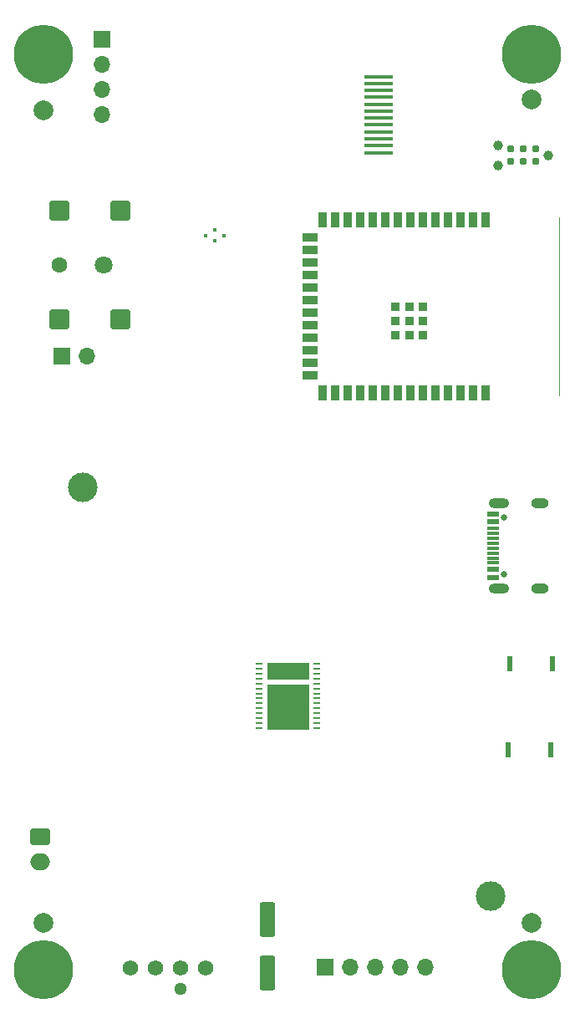
<source format=gbr>
%TF.GenerationSoftware,KiCad,Pcbnew,7.0.2*%
%TF.CreationDate,2024-01-11T01:28:16+01:00*%
%TF.ProjectId,bitaxe_RGZ_204_MOD_C,62697461-7865-45f5-9247-5a5f3230345f,rev?*%
%TF.SameCoordinates,Original*%
%TF.FileFunction,Soldermask,Bot*%
%TF.FilePolarity,Negative*%
%FSLAX46Y46*%
G04 Gerber Fmt 4.6, Leading zero omitted, Abs format (unit mm)*
G04 Created by KiCad (PCBNEW 7.0.2) date 2024-01-11 01:28:16*
%MOMM*%
%LPD*%
G01*
G04 APERTURE LIST*
G04 Aperture macros list*
%AMRoundRect*
0 Rectangle with rounded corners*
0 $1 Rounding radius*
0 $2 $3 $4 $5 $6 $7 $8 $9 X,Y pos of 4 corners*
0 Add a 4 corners polygon primitive as box body*
4,1,4,$2,$3,$4,$5,$6,$7,$8,$9,$2,$3,0*
0 Add four circle primitives for the rounded corners*
1,1,$1+$1,$2,$3*
1,1,$1+$1,$4,$5*
1,1,$1+$1,$6,$7*
1,1,$1+$1,$8,$9*
0 Add four rect primitives between the rounded corners*
20,1,$1+$1,$2,$3,$4,$5,0*
20,1,$1+$1,$4,$5,$6,$7,0*
20,1,$1+$1,$6,$7,$8,$9,0*
20,1,$1+$1,$8,$9,$2,$3,0*%
G04 Aperture macros list end*
%ADD10C,0.120000*%
%ADD11O,1.700000X1.700000*%
%ADD12R,1.700000X1.700000*%
%ADD13C,3.000000*%
%ADD14C,0.800000*%
%ADD15C,6.000000*%
%ADD16C,0.400000*%
%ADD17C,1.295400*%
%ADD18C,1.574800*%
%ADD19R,3.000000X0.350000*%
%ADD20C,2.000000*%
%ADD21C,0.650000*%
%ADD22R,1.150000X0.600000*%
%ADD23R,1.150000X0.300000*%
%ADD24O,1.800000X1.000000*%
%ADD25O,2.100000X1.000000*%
%ADD26R,0.900000X1.500000*%
%ADD27R,1.500000X0.900000*%
%ADD28R,0.900000X0.900000*%
%ADD29C,0.990600*%
%ADD30C,0.787400*%
%ADD31R,0.792000X0.221000*%
%ADD32R,4.277000X1.810000*%
%ADD33R,4.277000X4.530000*%
%ADD34RoundRect,0.250000X-0.550000X1.500000X-0.550000X-1.500000X0.550000X-1.500000X0.550000X1.500000X0*%
%ADD35C,1.600000*%
%ADD36C,1.800000*%
%ADD37RoundRect,0.250000X0.750000X-0.750000X0.750000X0.750000X-0.750000X0.750000X-0.750000X-0.750000X0*%
%ADD38R,0.508000X1.524000*%
%ADD39RoundRect,0.250000X-0.750000X0.600000X-0.750000X-0.600000X0.750000X-0.600000X0.750000X0.600000X0*%
%ADD40O,2.000000X1.700000*%
G04 APERTURE END LIST*
D10*
%TO.C,U12*%
X133093000Y-85594000D02*
X133093000Y-67594000D01*
%TD*%
D11*
%TO.C,J9*%
X86766400Y-57175400D03*
X86766400Y-54635400D03*
X86766400Y-52095400D03*
D12*
X86766400Y-49555400D03*
%TD*%
D13*
%TO.C,H6*%
X84764000Y-94984000D03*
%TD*%
%TO.C,H5*%
X126130000Y-136350000D03*
%TD*%
D14*
%TO.C,H7*%
X127985010Y-51120990D03*
X128644020Y-49530000D03*
X128644020Y-52711980D03*
X130235010Y-48870990D03*
X130235010Y-53370990D03*
D15*
X130302000Y-51054000D03*
D14*
X131826000Y-49530000D03*
X131826000Y-52711980D03*
X132485010Y-51120990D03*
%TD*%
%TO.C,H9*%
X128052000Y-143728000D03*
X128711010Y-142137010D03*
X128711010Y-145318990D03*
X130302000Y-141478000D03*
D15*
X130302000Y-143831000D03*
D14*
X130302000Y-145978000D03*
X131892990Y-142137010D03*
X131892990Y-145318990D03*
X132552000Y-143728000D03*
%TD*%
%TO.C,H10*%
X78558000Y-143830990D03*
X79217010Y-142240000D03*
X79217010Y-145421980D03*
X80808000Y-141580990D03*
D15*
X80808000Y-143830990D03*
D14*
X80808000Y-146080990D03*
X82398990Y-142240000D03*
X82398990Y-145421980D03*
X83058000Y-143830990D03*
%TD*%
D16*
%TO.C,U9*%
X98201691Y-68847200D03*
X99151691Y-69422200D03*
X97251691Y-69422200D03*
X98201691Y-69997200D03*
%TD*%
D14*
%TO.C,H8*%
X78558000Y-51054000D03*
X79217010Y-49463010D03*
X79217010Y-52644990D03*
X80808000Y-48804000D03*
D15*
X80808000Y-51054000D03*
D14*
X80808000Y-53304000D03*
X82398990Y-49463010D03*
X82398990Y-52644990D03*
X83058000Y-51054000D03*
%TD*%
D17*
%TO.C,J4*%
X94701000Y-145782001D03*
D18*
X89621000Y-143622000D03*
X92161000Y-143622000D03*
X94701000Y-143622000D03*
X97241000Y-143622000D03*
%TD*%
D19*
%TO.C,U4*%
X114751248Y-61040627D03*
X114751248Y-60340627D03*
X114751248Y-59640627D03*
X114751248Y-58940627D03*
X114751248Y-58240627D03*
X114751248Y-57540627D03*
X114751248Y-56840627D03*
X114751248Y-56140627D03*
X114751248Y-55440627D03*
X114751248Y-54740627D03*
X114751248Y-54040627D03*
X114751248Y-53340627D03*
%TD*%
D20*
%TO.C,FID7*%
X130302000Y-139065000D03*
%TD*%
D12*
%TO.C,J7*%
X82708000Y-81632000D03*
D11*
X85248000Y-81632000D03*
%TD*%
D12*
%TO.C,J3*%
X109350000Y-143580000D03*
D11*
X111890000Y-143580000D03*
X114430000Y-143580000D03*
X116970000Y-143580000D03*
X119510000Y-143580000D03*
%TD*%
D21*
%TO.C,J8*%
X127443000Y-97960000D03*
X127443000Y-103740000D03*
D22*
X126368000Y-97650000D03*
X126368000Y-98450000D03*
D23*
X126368000Y-99600000D03*
X126368000Y-100600000D03*
X126368000Y-101100000D03*
X126368000Y-102100000D03*
D22*
X126368000Y-103250000D03*
X126368000Y-104050000D03*
X126368000Y-104050000D03*
X126368000Y-103250000D03*
D23*
X126368000Y-102600000D03*
X126368000Y-101600000D03*
X126368000Y-100100000D03*
X126368000Y-99100000D03*
D22*
X126368000Y-98450000D03*
X126368000Y-97650000D03*
D24*
X131123000Y-96530000D03*
D25*
X126943000Y-96530000D03*
D24*
X131123000Y-105170000D03*
D25*
X126943000Y-105170000D03*
%TD*%
D26*
%TO.C,U12*%
X125603000Y-85344000D03*
X124333000Y-85344000D03*
X123063000Y-85344000D03*
X121793000Y-85344000D03*
X120523000Y-85344000D03*
X119253000Y-85344000D03*
X117983000Y-85344000D03*
X116713000Y-85344000D03*
X115443000Y-85344000D03*
X114173000Y-85344000D03*
X112903000Y-85344000D03*
X111633000Y-85344000D03*
X110363000Y-85344000D03*
X109093000Y-85344000D03*
D27*
X107843000Y-83579000D03*
X107843000Y-82309000D03*
X107843000Y-81039000D03*
X107843000Y-79769000D03*
X107843000Y-78499000D03*
X107843000Y-77229000D03*
X107843000Y-75959000D03*
X107843000Y-74689000D03*
X107843000Y-73419000D03*
X107843000Y-72149000D03*
X107843000Y-70879000D03*
X107843000Y-69609000D03*
D26*
X109093000Y-67844000D03*
X110363000Y-67844000D03*
X111633000Y-67844000D03*
X112903000Y-67844000D03*
X114173000Y-67844000D03*
X115443000Y-67844000D03*
X116713000Y-67844000D03*
X117983000Y-67844000D03*
X119253000Y-67844000D03*
X120523000Y-67844000D03*
X121793000Y-67844000D03*
X123063000Y-67844000D03*
X124333000Y-67844000D03*
X125603000Y-67844000D03*
D28*
X116483000Y-79494000D03*
X117883000Y-79494000D03*
X119283000Y-79494000D03*
X116483000Y-78094000D03*
X117883000Y-78094000D03*
X119283000Y-78094000D03*
X116483000Y-76694000D03*
X117883000Y-76694000D03*
X119283000Y-76694000D03*
%TD*%
D29*
%TO.C,J5*%
X131979500Y-61304000D03*
X126899500Y-62320000D03*
X126899500Y-60288000D03*
D30*
X130709500Y-61939000D03*
X130709500Y-60669000D03*
X129439500Y-61939000D03*
X129439500Y-60669000D03*
X128169500Y-61939000D03*
X128169500Y-60669000D03*
%TD*%
D20*
%TO.C,FID8*%
X80808000Y-139065000D03*
%TD*%
D31*
%TO.C,U14*%
X108528000Y-112805000D03*
X108528000Y-113307000D03*
X108528000Y-113809000D03*
X108528000Y-114311000D03*
X108528000Y-114813000D03*
X108528000Y-115315000D03*
X108528000Y-115817000D03*
X108528000Y-116319000D03*
X108528000Y-116821000D03*
X108528000Y-117323000D03*
X108528000Y-117825000D03*
X108528000Y-118327000D03*
X108528000Y-118829000D03*
X108528000Y-119331000D03*
X102696000Y-119318000D03*
X102696000Y-118818000D03*
X102696000Y-118318000D03*
X102696000Y-117818000D03*
X102696000Y-117318000D03*
X102696000Y-116821000D03*
X102696000Y-116318000D03*
X102696000Y-115817000D03*
X102696000Y-115315000D03*
X102696000Y-114813000D03*
X102696000Y-114311000D03*
X102696000Y-113818000D03*
X102696000Y-113307000D03*
X102696000Y-112818000D03*
D32*
X105612000Y-113600000D03*
D33*
X105612000Y-117176000D03*
%TD*%
D34*
%TO.C,C28*%
X103490000Y-138720000D03*
X103490000Y-144120000D03*
%TD*%
D35*
%TO.C,J1*%
X82458000Y-72442000D03*
D36*
X86958000Y-72442000D03*
D37*
X82458000Y-77942000D03*
X88608000Y-77942000D03*
X82458000Y-66942000D03*
X88608000Y-66942000D03*
%TD*%
D38*
%TO.C,SW1*%
X132345000Y-112842000D03*
X128027000Y-112842000D03*
%TD*%
D20*
%TO.C,FID5*%
X130275000Y-55679000D03*
%TD*%
D39*
%TO.C,J2*%
X80470000Y-130360000D03*
D40*
X80470000Y-132860000D03*
%TD*%
D38*
%TO.C,SW2*%
X132241000Y-121549000D03*
X127923000Y-121549000D03*
%TD*%
D20*
%TO.C,FID6*%
X80808000Y-56769000D03*
%TD*%
M02*

</source>
